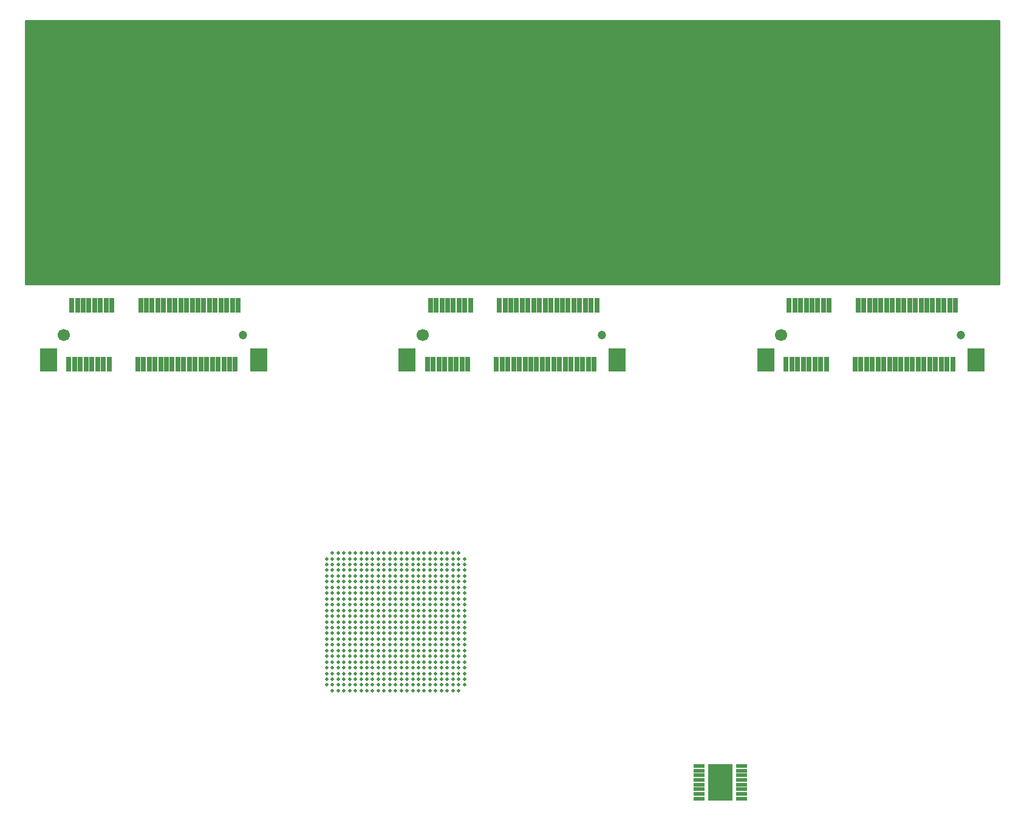
<source format=gbr>
%TF.GenerationSoftware,KiCad,Pcbnew,5.1.6-c6e7f7d~86~ubuntu18.04.1*%
%TF.CreationDate,2020-06-01T18:26:28-05:00*%
%TF.ProjectId,AP2100,41503231-3030-42e6-9b69-6361645f7063,rev?*%
%TF.SameCoordinates,Original*%
%TF.FileFunction,Soldermask,Top*%
%TF.FilePolarity,Negative*%
%FSLAX46Y46*%
G04 Gerber Fmt 4.6, Leading zero omitted, Abs format (unit mm)*
G04 Created by KiCad (PCBNEW 5.1.6-c6e7f7d~86~ubuntu18.04.1) date 2020-06-01 18:26:28*
%MOMM*%
%LPD*%
G01*
G04 APERTURE LIST*
%ADD10C,0.152400*%
%ADD11C,1.200000*%
%ADD12C,1.700000*%
%ADD13R,2.400000X3.300000*%
%ADD14R,0.700000X2.100000*%
%ADD15C,0.510000*%
%ADD16R,1.500000X0.549999*%
%ADD17R,3.500001X5.100000*%
%ADD18C,0.599999*%
%ADD19C,0.254000*%
G04 APERTURE END LIST*
D10*
%TO.C,U1*%
X102770000Y-124125800D02*
X102770000Y-120674200D01*
X102770000Y-120674200D02*
X102770945Y-120664601D01*
X102770945Y-120664601D02*
X102773744Y-120655371D01*
X102773744Y-120655371D02*
X102778290Y-120646867D01*
X102778290Y-120646867D02*
X102784409Y-120639409D01*
X102784409Y-120639409D02*
X102791867Y-120633290D01*
X102791867Y-120633290D02*
X102800371Y-120628744D01*
X102800371Y-120628744D02*
X102809601Y-120625945D01*
X102809601Y-120625945D02*
X102819200Y-120625000D01*
X102819200Y-120625000D02*
X105180800Y-120625000D01*
X105180800Y-120625000D02*
X105190399Y-120625945D01*
X105190399Y-120625945D02*
X105199629Y-120628744D01*
X105199629Y-120628744D02*
X105208133Y-120633290D01*
X105208133Y-120633290D02*
X105215591Y-120639409D01*
X105215591Y-120639409D02*
X105221710Y-120646867D01*
X105221710Y-120646867D02*
X105226256Y-120655371D01*
X105226256Y-120655371D02*
X105229055Y-120664601D01*
X105229055Y-120664601D02*
X105230000Y-120674200D01*
X105230000Y-120674200D02*
X105230000Y-124125800D01*
X105230000Y-124125800D02*
X105229055Y-124135399D01*
X105229055Y-124135399D02*
X105226256Y-124144629D01*
X105226256Y-124144629D02*
X105221710Y-124153133D01*
X105221710Y-124153133D02*
X105215591Y-124160591D01*
X105215591Y-124160591D02*
X105208133Y-124166710D01*
X105208133Y-124166710D02*
X105199629Y-124171256D01*
X105199629Y-124171256D02*
X105190399Y-124174055D01*
X105190399Y-124174055D02*
X105180800Y-124175000D01*
X105180800Y-124175000D02*
X102819200Y-124175000D01*
X102819200Y-124175000D02*
X102809601Y-124174055D01*
X102809601Y-124174055D02*
X102800371Y-124171256D01*
X102800371Y-124171256D02*
X102791867Y-124166710D01*
X102791867Y-124166710D02*
X102784409Y-124160591D01*
X102784409Y-124160591D02*
X102778290Y-124153133D01*
X102778290Y-124153133D02*
X102773744Y-124144629D01*
X102773744Y-124144629D02*
X102770945Y-124135399D01*
X102770945Y-124135399D02*
X102770000Y-124125800D01*
%TD*%
D11*
%TO.C,J3*%
X137500000Y-60000000D03*
D12*
X112500000Y-60000000D03*
D13*
X110350000Y-63500000D03*
X139650000Y-63500000D03*
D14*
X113200000Y-64100000D03*
X113600000Y-55900000D03*
X114000000Y-64100000D03*
X114400000Y-55900000D03*
X114800000Y-64100000D03*
X115200000Y-55900000D03*
X115600000Y-64100000D03*
X116000000Y-55900000D03*
X116400000Y-64100000D03*
X116800000Y-55900000D03*
X117200000Y-64100000D03*
X117600000Y-55900000D03*
X118000000Y-64100000D03*
X118400000Y-55900000D03*
X118800000Y-64100000D03*
X119200000Y-55900000D03*
X122800000Y-64100000D03*
X123200000Y-55900000D03*
X123600000Y-64100000D03*
X124000000Y-55900000D03*
X124400000Y-64100000D03*
X124800000Y-55900000D03*
X125200000Y-64100000D03*
X125600000Y-55900000D03*
X126000000Y-64100000D03*
X126400000Y-55900000D03*
X126800000Y-64100000D03*
X127200000Y-55900000D03*
X127600000Y-64100000D03*
X128000000Y-55900000D03*
X128400000Y-64100000D03*
X128800000Y-55900000D03*
X129200000Y-64100000D03*
X129600000Y-55900000D03*
X130000000Y-64100000D03*
X130400000Y-55900000D03*
X130800000Y-64100000D03*
X131200000Y-55900000D03*
X131600000Y-64100000D03*
X132000000Y-55900000D03*
X132400000Y-64100000D03*
X132800000Y-55900000D03*
X133200000Y-64100000D03*
X133600000Y-55900000D03*
X134000000Y-64100000D03*
X134400000Y-55900000D03*
X134800000Y-64100000D03*
X135200000Y-55900000D03*
X135600000Y-64100000D03*
X136000000Y-55900000D03*
X136400000Y-64100000D03*
X136800000Y-55900000D03*
%TD*%
D11*
%TO.C,J2*%
X87500000Y-60000000D03*
D12*
X62500000Y-60000000D03*
D13*
X60350000Y-63500000D03*
X89650000Y-63500000D03*
D14*
X63200000Y-64100000D03*
X63600000Y-55900000D03*
X64000000Y-64100000D03*
X64400000Y-55900000D03*
X64800000Y-64100000D03*
X65200000Y-55900000D03*
X65600000Y-64100000D03*
X66000000Y-55900000D03*
X66400000Y-64100000D03*
X66800000Y-55900000D03*
X67200000Y-64100000D03*
X67600000Y-55900000D03*
X68000000Y-64100000D03*
X68400000Y-55900000D03*
X68800000Y-64100000D03*
X69200000Y-55900000D03*
X72800000Y-64100000D03*
X73200000Y-55900000D03*
X73600000Y-64100000D03*
X74000000Y-55900000D03*
X74400000Y-64100000D03*
X74800000Y-55900000D03*
X75200000Y-64100000D03*
X75600000Y-55900000D03*
X76000000Y-64100000D03*
X76400000Y-55900000D03*
X76800000Y-64100000D03*
X77200000Y-55900000D03*
X77600000Y-64100000D03*
X78000000Y-55900000D03*
X78400000Y-64100000D03*
X78800000Y-55900000D03*
X79200000Y-64100000D03*
X79600000Y-55900000D03*
X80000000Y-64100000D03*
X80400000Y-55900000D03*
X80800000Y-64100000D03*
X81200000Y-55900000D03*
X81600000Y-64100000D03*
X82000000Y-55900000D03*
X82400000Y-64100000D03*
X82800000Y-55900000D03*
X83200000Y-64100000D03*
X83600000Y-55900000D03*
X84000000Y-64100000D03*
X84400000Y-55900000D03*
X84800000Y-64100000D03*
X85200000Y-55900000D03*
X85600000Y-64100000D03*
X86000000Y-55900000D03*
X86400000Y-64100000D03*
X86800000Y-55900000D03*
%TD*%
D11*
%TO.C,J1*%
X37500000Y-60000000D03*
D12*
X12500000Y-60000000D03*
D13*
X10350000Y-63500000D03*
X39650000Y-63500000D03*
D14*
X13200000Y-64100000D03*
X13600000Y-55900000D03*
X14000000Y-64100000D03*
X14400000Y-55900000D03*
X14800000Y-64100000D03*
X15200000Y-55900000D03*
X15600000Y-64100000D03*
X16000000Y-55900000D03*
X16400000Y-64100000D03*
X16800000Y-55900000D03*
X17200000Y-64100000D03*
X17600000Y-55900000D03*
X18000000Y-64100000D03*
X18400000Y-55900000D03*
X18800000Y-64100000D03*
X19200000Y-55900000D03*
X22800000Y-64100000D03*
X23200000Y-55900000D03*
X23600000Y-64100000D03*
X24000000Y-55900000D03*
X24400000Y-64100000D03*
X24800000Y-55900000D03*
X25200000Y-64100000D03*
X25600000Y-55900000D03*
X26000000Y-64100000D03*
X26400000Y-55900000D03*
X26800000Y-64100000D03*
X27200000Y-55900000D03*
X27600000Y-64100000D03*
X28000000Y-55900000D03*
X28400000Y-64100000D03*
X28800000Y-55900000D03*
X29200000Y-64100000D03*
X29600000Y-55900000D03*
X30000000Y-64100000D03*
X30400000Y-55900000D03*
X30800000Y-64100000D03*
X31200000Y-55900000D03*
X31600000Y-64100000D03*
X32000000Y-55900000D03*
X32400000Y-64100000D03*
X32800000Y-55900000D03*
X33200000Y-64100000D03*
X33600000Y-55900000D03*
X34000000Y-64100000D03*
X34400000Y-55900000D03*
X34800000Y-64100000D03*
X35200000Y-55900000D03*
X35600000Y-64100000D03*
X36000000Y-55900000D03*
X36400000Y-64100000D03*
X36800000Y-55900000D03*
%TD*%
D15*
%TO.C,U2*%
X67537686Y-109633837D03*
X66737686Y-109633837D03*
X65937686Y-109633837D03*
X65137686Y-109633837D03*
X64337686Y-109633837D03*
X63537686Y-109633837D03*
X62737686Y-109633837D03*
X61937686Y-109633837D03*
X61137686Y-109633837D03*
X60337686Y-109633837D03*
X59537686Y-109633837D03*
X58737686Y-109633837D03*
X57937686Y-109633837D03*
X57137686Y-109633837D03*
X56337686Y-109633837D03*
X55537686Y-109633837D03*
X54737686Y-109633837D03*
X53937686Y-109633837D03*
X53137686Y-109633837D03*
X52337686Y-109633837D03*
X51537686Y-109633837D03*
X50737686Y-109633837D03*
X49937686Y-109633837D03*
X68337686Y-108833837D03*
X67537686Y-108833837D03*
X66737686Y-108833837D03*
X65937686Y-108833837D03*
X65137686Y-108833837D03*
X64337686Y-108833837D03*
X63537686Y-108833837D03*
X62737686Y-108833837D03*
X61937686Y-108833837D03*
X61137686Y-108833837D03*
X60337686Y-108833837D03*
X59537686Y-108833837D03*
X58737686Y-108833837D03*
X57937686Y-108833837D03*
X57137686Y-108833837D03*
X56337686Y-108833837D03*
X55537686Y-108833837D03*
X54737686Y-108833837D03*
X53937686Y-108833837D03*
X53137686Y-108833837D03*
X52337686Y-108833837D03*
X51537686Y-108833837D03*
X50737686Y-108833837D03*
X49937686Y-108833837D03*
X49137686Y-108833837D03*
X68337686Y-108033837D03*
X67537686Y-108033837D03*
X66737686Y-108033837D03*
X65937686Y-108033837D03*
X65137686Y-108033837D03*
X64337686Y-108033837D03*
X63537686Y-108033837D03*
X62737686Y-108033837D03*
X61937686Y-108033837D03*
X61137686Y-108033837D03*
X60337686Y-108033837D03*
X59537686Y-108033837D03*
X58737686Y-108033837D03*
X57937686Y-108033837D03*
X57137686Y-108033837D03*
X56337686Y-108033837D03*
X55537686Y-108033837D03*
X54737686Y-108033837D03*
X53937686Y-108033837D03*
X53137686Y-108033837D03*
X52337686Y-108033837D03*
X51537686Y-108033837D03*
X50737686Y-108033837D03*
X49937686Y-108033837D03*
X49137686Y-108033837D03*
X68337686Y-107233837D03*
X67537686Y-107233837D03*
X66737686Y-107233837D03*
X65937686Y-107233837D03*
X65137686Y-107233837D03*
X64337686Y-107233837D03*
X63537686Y-107233837D03*
X62737686Y-107233837D03*
X61937686Y-107233837D03*
X61137686Y-107233837D03*
X60337686Y-107233837D03*
X59537686Y-107233837D03*
X58737686Y-107233837D03*
X57937686Y-107233837D03*
X57137686Y-107233837D03*
X56337686Y-107233837D03*
X55537686Y-107233837D03*
X54737686Y-107233837D03*
X53937686Y-107233837D03*
X53137686Y-107233837D03*
X52337686Y-107233837D03*
X51537686Y-107233837D03*
X50737686Y-107233837D03*
X49937686Y-107233837D03*
X49137686Y-107233837D03*
X68337686Y-106433837D03*
X67537686Y-106433837D03*
X66737686Y-106433837D03*
X65937686Y-106433837D03*
X65137686Y-106433837D03*
X64337686Y-106433837D03*
X63537686Y-106433837D03*
X62737686Y-106433837D03*
X61937686Y-106433837D03*
X61137686Y-106433837D03*
X60337686Y-106433837D03*
X59537686Y-106433837D03*
X58737686Y-106433837D03*
X57937686Y-106433837D03*
X57137686Y-106433837D03*
X56337686Y-106433837D03*
X55537686Y-106433837D03*
X54737686Y-106433837D03*
X53937686Y-106433837D03*
X53137686Y-106433837D03*
X52337686Y-106433837D03*
X51537686Y-106433837D03*
X50737686Y-106433837D03*
X49937686Y-106433837D03*
X49137686Y-106433837D03*
X68337686Y-105633837D03*
X67537686Y-105633837D03*
X66737686Y-105633837D03*
X65937686Y-105633837D03*
X65137686Y-105633837D03*
X64337686Y-105633837D03*
X63537686Y-105633837D03*
X62737686Y-105633837D03*
X61937686Y-105633837D03*
X61137686Y-105633837D03*
X60337686Y-105633837D03*
X59537686Y-105633837D03*
X58737686Y-105633837D03*
X57937686Y-105633837D03*
X57137686Y-105633837D03*
X56337686Y-105633837D03*
X55537686Y-105633837D03*
X54737686Y-105633837D03*
X53937686Y-105633837D03*
X53137686Y-105633837D03*
X52337686Y-105633837D03*
X51537686Y-105633837D03*
X50737686Y-105633837D03*
X49937686Y-105633837D03*
X49137686Y-105633837D03*
X68337686Y-104833837D03*
X67537686Y-104833837D03*
X66737686Y-104833837D03*
X65937686Y-104833837D03*
X65137686Y-104833837D03*
X64337686Y-104833837D03*
X63537686Y-104833837D03*
X62737686Y-104833837D03*
X61937686Y-104833837D03*
X61137686Y-104833837D03*
X60337686Y-104833837D03*
X59537686Y-104833837D03*
X58737686Y-104833837D03*
X57937686Y-104833837D03*
X57137686Y-104833837D03*
X56337686Y-104833837D03*
X55537686Y-104833837D03*
X54737686Y-104833837D03*
X53937686Y-104833837D03*
X53137686Y-104833837D03*
X52337686Y-104833837D03*
X51537686Y-104833837D03*
X50737686Y-104833837D03*
X49937686Y-104833837D03*
X49137686Y-104833837D03*
X68337686Y-104033837D03*
X67537686Y-104033837D03*
X66737686Y-104033837D03*
X65937686Y-104033837D03*
X65137686Y-104033837D03*
X64337686Y-104033837D03*
X63537686Y-104033837D03*
X62737686Y-104033837D03*
X61937686Y-104033837D03*
X61137686Y-104033837D03*
X60337686Y-104033837D03*
X59537686Y-104033837D03*
X58737686Y-104033837D03*
X57937686Y-104033837D03*
X57137686Y-104033837D03*
X56337686Y-104033837D03*
X55537686Y-104033837D03*
X54737686Y-104033837D03*
X53937686Y-104033837D03*
X53137686Y-104033837D03*
X52337686Y-104033837D03*
X51537686Y-104033837D03*
X50737686Y-104033837D03*
X49937686Y-104033837D03*
X49137686Y-104033837D03*
X68337686Y-103233837D03*
X67537686Y-103233837D03*
X66737686Y-103233837D03*
X65937686Y-103233837D03*
X65137686Y-103233837D03*
X64337686Y-103233837D03*
X63537686Y-103233837D03*
X62737686Y-103233837D03*
X61937686Y-103233837D03*
X61137686Y-103233837D03*
X60337686Y-103233837D03*
X59537686Y-103233837D03*
X58737686Y-103233837D03*
X57937686Y-103233837D03*
X57137686Y-103233837D03*
X56337686Y-103233837D03*
X55537686Y-103233837D03*
X54737686Y-103233837D03*
X53937686Y-103233837D03*
X53137686Y-103233837D03*
X52337686Y-103233837D03*
X51537686Y-103233837D03*
X50737686Y-103233837D03*
X49937686Y-103233837D03*
X49137686Y-103233837D03*
X68337686Y-102433837D03*
X67537686Y-102433837D03*
X66737686Y-102433837D03*
X65937686Y-102433837D03*
X65137686Y-102433837D03*
X64337686Y-102433837D03*
X63537686Y-102433837D03*
X62737686Y-102433837D03*
X61937686Y-102433837D03*
X61137686Y-102433837D03*
X60337686Y-102433837D03*
X59537686Y-102433837D03*
X58737686Y-102433837D03*
X57937686Y-102433837D03*
X57137686Y-102433837D03*
X56337686Y-102433837D03*
X55537686Y-102433837D03*
X54737686Y-102433837D03*
X53937686Y-102433837D03*
X53137686Y-102433837D03*
X52337686Y-102433837D03*
X51537686Y-102433837D03*
X50737686Y-102433837D03*
X49937686Y-102433837D03*
X49137686Y-102433837D03*
X68337686Y-101633837D03*
X67537686Y-101633837D03*
X66737686Y-101633837D03*
X65937686Y-101633837D03*
X65137686Y-101633837D03*
X64337686Y-101633837D03*
X63537686Y-101633837D03*
X62737686Y-101633837D03*
X61937686Y-101633837D03*
X61137686Y-101633837D03*
X60337686Y-101633837D03*
X59537686Y-101633837D03*
X58737686Y-101633837D03*
X57937686Y-101633837D03*
X57137686Y-101633837D03*
X56337686Y-101633837D03*
X55537686Y-101633837D03*
X54737686Y-101633837D03*
X53937686Y-101633837D03*
X53137686Y-101633837D03*
X52337686Y-101633837D03*
X51537686Y-101633837D03*
X50737686Y-101633837D03*
X49937686Y-101633837D03*
X49137686Y-101633837D03*
X68337686Y-100833837D03*
X67537686Y-100833837D03*
X66737686Y-100833837D03*
X65937686Y-100833837D03*
X65137686Y-100833837D03*
X64337686Y-100833837D03*
X63537686Y-100833837D03*
X62737686Y-100833837D03*
X61937686Y-100833837D03*
X61137686Y-100833837D03*
X60337686Y-100833837D03*
X59537686Y-100833837D03*
X58737686Y-100833837D03*
X57937686Y-100833837D03*
X57137686Y-100833837D03*
X56337686Y-100833837D03*
X55537686Y-100833837D03*
X54737686Y-100833837D03*
X53937686Y-100833837D03*
X53137686Y-100833837D03*
X52337686Y-100833837D03*
X51537686Y-100833837D03*
X50737686Y-100833837D03*
X49937686Y-100833837D03*
X49137686Y-100833837D03*
X68337686Y-100033837D03*
X67537686Y-100033837D03*
X66737686Y-100033837D03*
X65937686Y-100033837D03*
X65137686Y-100033837D03*
X64337686Y-100033837D03*
X63537686Y-100033837D03*
X62737686Y-100033837D03*
X61937686Y-100033837D03*
X61137686Y-100033837D03*
X60337686Y-100033837D03*
X59537686Y-100033837D03*
X58737686Y-100033837D03*
X57937686Y-100033837D03*
X57137686Y-100033837D03*
X56337686Y-100033837D03*
X55537686Y-100033837D03*
X54737686Y-100033837D03*
X53937686Y-100033837D03*
X53137686Y-100033837D03*
X52337686Y-100033837D03*
X51537686Y-100033837D03*
X50737686Y-100033837D03*
X49937686Y-100033837D03*
X49137686Y-100033837D03*
X68337686Y-99233837D03*
X67537686Y-99233837D03*
X66737686Y-99233837D03*
X65937686Y-99233837D03*
X65137686Y-99233837D03*
X64337686Y-99233837D03*
X63537686Y-99233837D03*
X62737686Y-99233837D03*
X61937686Y-99233837D03*
X61137686Y-99233837D03*
X60337686Y-99233837D03*
X59537686Y-99233837D03*
X58737686Y-99233837D03*
X57937686Y-99233837D03*
X57137686Y-99233837D03*
X56337686Y-99233837D03*
X55537686Y-99233837D03*
X54737686Y-99233837D03*
X53937686Y-99233837D03*
X53137686Y-99233837D03*
X52337686Y-99233837D03*
X51537686Y-99233837D03*
X50737686Y-99233837D03*
X49937686Y-99233837D03*
X49137686Y-99233837D03*
X68337686Y-98433837D03*
X67537686Y-98433837D03*
X66737686Y-98433837D03*
X65937686Y-98433837D03*
X65137686Y-98433837D03*
X64337686Y-98433837D03*
X63537686Y-98433837D03*
X62737686Y-98433837D03*
X61937686Y-98433837D03*
X61137686Y-98433837D03*
X60337686Y-98433837D03*
X59537686Y-98433837D03*
X58737686Y-98433837D03*
X57937686Y-98433837D03*
X57137686Y-98433837D03*
X56337686Y-98433837D03*
X55537686Y-98433837D03*
X54737686Y-98433837D03*
X53937686Y-98433837D03*
X53137686Y-98433837D03*
X52337686Y-98433837D03*
X51537686Y-98433837D03*
X50737686Y-98433837D03*
X49937686Y-98433837D03*
X49137686Y-98433837D03*
X68337686Y-97633837D03*
X67537686Y-97633837D03*
X66737686Y-97633837D03*
X65937686Y-97633837D03*
X65137686Y-97633837D03*
X64337686Y-97633837D03*
X63537686Y-97633837D03*
X62737686Y-97633837D03*
X61937686Y-97633837D03*
X61137686Y-97633837D03*
X60337686Y-97633837D03*
X59537686Y-97633837D03*
X58737686Y-97633837D03*
X57937686Y-97633837D03*
X57137686Y-97633837D03*
X56337686Y-97633837D03*
X55537686Y-97633837D03*
X54737686Y-97633837D03*
X53937686Y-97633837D03*
X53137686Y-97633837D03*
X52337686Y-97633837D03*
X51537686Y-97633837D03*
X50737686Y-97633837D03*
X49937686Y-97633837D03*
X49137686Y-97633837D03*
X68337686Y-96833837D03*
X67537686Y-96833837D03*
X66737686Y-96833837D03*
X65937686Y-96833837D03*
X65137686Y-96833837D03*
X64337686Y-96833837D03*
X63537686Y-96833837D03*
X62737686Y-96833837D03*
X61937686Y-96833837D03*
X61137686Y-96833837D03*
X60337686Y-96833837D03*
X59537686Y-96833837D03*
X58737686Y-96833837D03*
X57937686Y-96833837D03*
X57137686Y-96833837D03*
X56337686Y-96833837D03*
X55537686Y-96833837D03*
X54737686Y-96833837D03*
X53937686Y-96833837D03*
X53137686Y-96833837D03*
X52337686Y-96833837D03*
X51537686Y-96833837D03*
X50737686Y-96833837D03*
X49937686Y-96833837D03*
X49137686Y-96833837D03*
X68337686Y-96033837D03*
X67537686Y-96033837D03*
X66737686Y-96033837D03*
X65937686Y-96033837D03*
X65137686Y-96033837D03*
X64337686Y-96033837D03*
X63537686Y-96033837D03*
X62737686Y-96033837D03*
X61937686Y-96033837D03*
X61137686Y-96033837D03*
X60337686Y-96033837D03*
X59537686Y-96033837D03*
X58737686Y-96033837D03*
X57937686Y-96033837D03*
X57137686Y-96033837D03*
X56337686Y-96033837D03*
X55537686Y-96033837D03*
X54737686Y-96033837D03*
X53937686Y-96033837D03*
X53137686Y-96033837D03*
X52337686Y-96033837D03*
X51537686Y-96033837D03*
X50737686Y-96033837D03*
X49937686Y-96033837D03*
X49137686Y-96033837D03*
X68337686Y-95233837D03*
X67537686Y-95233837D03*
X66737686Y-95233837D03*
X65937686Y-95233837D03*
X65137686Y-95233837D03*
X64337686Y-95233837D03*
X63537686Y-95233837D03*
X62737686Y-95233837D03*
X61937686Y-95233837D03*
X61137686Y-95233837D03*
X60337686Y-95233837D03*
X59537686Y-95233837D03*
X58737686Y-95233837D03*
X57937686Y-95233837D03*
X57137686Y-95233837D03*
X56337686Y-95233837D03*
X55537686Y-95233837D03*
X54737686Y-95233837D03*
X53937686Y-95233837D03*
X53137686Y-95233837D03*
X52337686Y-95233837D03*
X51537686Y-95233837D03*
X50737686Y-95233837D03*
X49937686Y-95233837D03*
X49137686Y-95233837D03*
X68337686Y-94433837D03*
X67537686Y-94433837D03*
X66737686Y-94433837D03*
X65937686Y-94433837D03*
X65137686Y-94433837D03*
X64337686Y-94433837D03*
X63537686Y-94433837D03*
X62737686Y-94433837D03*
X61937686Y-94433837D03*
X61137686Y-94433837D03*
X60337686Y-94433837D03*
X59537686Y-94433837D03*
X58737686Y-94433837D03*
X57937686Y-94433837D03*
X57137686Y-94433837D03*
X56337686Y-94433837D03*
X55537686Y-94433837D03*
X54737686Y-94433837D03*
X53937686Y-94433837D03*
X53137686Y-94433837D03*
X52337686Y-94433837D03*
X51537686Y-94433837D03*
X50737686Y-94433837D03*
X49937686Y-94433837D03*
X49137686Y-94433837D03*
X68337686Y-93633837D03*
X67537686Y-93633837D03*
X66737686Y-93633837D03*
X65937686Y-93633837D03*
X65137686Y-93633837D03*
X64337686Y-93633837D03*
X63537686Y-93633837D03*
X62737686Y-93633837D03*
X61937686Y-93633837D03*
X61137686Y-93633837D03*
X60337686Y-93633837D03*
X59537686Y-93633837D03*
X58737686Y-93633837D03*
X57937686Y-93633837D03*
X57137686Y-93633837D03*
X56337686Y-93633837D03*
X55537686Y-93633837D03*
X54737686Y-93633837D03*
X53937686Y-93633837D03*
X53137686Y-93633837D03*
X52337686Y-93633837D03*
X51537686Y-93633837D03*
X50737686Y-93633837D03*
X49937686Y-93633837D03*
X49137686Y-93633837D03*
X68337686Y-92833837D03*
X67537686Y-92833837D03*
X66737686Y-92833837D03*
X65937686Y-92833837D03*
X65137686Y-92833837D03*
X64337686Y-92833837D03*
X63537686Y-92833837D03*
X62737686Y-92833837D03*
X61937686Y-92833837D03*
X61137686Y-92833837D03*
X60337686Y-92833837D03*
X59537686Y-92833837D03*
X58737686Y-92833837D03*
X57937686Y-92833837D03*
X57137686Y-92833837D03*
X56337686Y-92833837D03*
X55537686Y-92833837D03*
X54737686Y-92833837D03*
X53937686Y-92833837D03*
X53137686Y-92833837D03*
X52337686Y-92833837D03*
X51537686Y-92833837D03*
X50737686Y-92833837D03*
X49937686Y-92833837D03*
X49137686Y-92833837D03*
X68337686Y-92033837D03*
X67537686Y-92033837D03*
X66737686Y-92033837D03*
X65937686Y-92033837D03*
X65137686Y-92033837D03*
X64337686Y-92033837D03*
X63537686Y-92033837D03*
X62737686Y-92033837D03*
X61937686Y-92033837D03*
X61137686Y-92033837D03*
X60337686Y-92033837D03*
X59537686Y-92033837D03*
X58737686Y-92033837D03*
X57937686Y-92033837D03*
X57137686Y-92033837D03*
X56337686Y-92033837D03*
X55537686Y-92033837D03*
X54737686Y-92033837D03*
X53937686Y-92033837D03*
X53137686Y-92033837D03*
X52337686Y-92033837D03*
X51537686Y-92033837D03*
X50737686Y-92033837D03*
X49937686Y-92033837D03*
X49137686Y-92033837D03*
X68337686Y-91233837D03*
X67537686Y-91233837D03*
X66737686Y-91233837D03*
X65937686Y-91233837D03*
X65137686Y-91233837D03*
X64337686Y-91233837D03*
X63537686Y-91233837D03*
X62737686Y-91233837D03*
X61937686Y-91233837D03*
X61137686Y-91233837D03*
X60337686Y-91233837D03*
X59537686Y-91233837D03*
X58737686Y-91233837D03*
X57937686Y-91233837D03*
X57137686Y-91233837D03*
X56337686Y-91233837D03*
X55537686Y-91233837D03*
X54737686Y-91233837D03*
X53937686Y-91233837D03*
X53137686Y-91233837D03*
X52337686Y-91233837D03*
X51537686Y-91233837D03*
X50737686Y-91233837D03*
X49937686Y-91233837D03*
X49137686Y-91233837D03*
X67537686Y-90433837D03*
X66737686Y-90433837D03*
X65937686Y-90433837D03*
X65137686Y-90433837D03*
X64337686Y-90433837D03*
X63537686Y-90433837D03*
X62737686Y-90433837D03*
X61937686Y-90433837D03*
X61137686Y-90433837D03*
X60337686Y-90433837D03*
X59537686Y-90433837D03*
X58737686Y-90433837D03*
X57937686Y-90433837D03*
X57137686Y-90433837D03*
X56337686Y-90433837D03*
X55537686Y-90433837D03*
X54737686Y-90433837D03*
X53937686Y-90433837D03*
X53137686Y-90433837D03*
X52337686Y-90433837D03*
X51537686Y-90433837D03*
X50737686Y-90433837D03*
X49937686Y-90433837D03*
%TD*%
D16*
%TO.C,U1*%
X101050001Y-120125001D03*
X101050001Y-120775002D03*
X101050001Y-121425001D03*
X101050001Y-122075002D03*
X101050001Y-122725001D03*
X101050001Y-123375002D03*
X101050001Y-124025001D03*
X101050001Y-124675002D03*
X106950002Y-124675002D03*
X106950002Y-124025001D03*
X106950002Y-123375002D03*
X106950002Y-122725001D03*
X106950002Y-122075002D03*
X106950002Y-121425001D03*
X106950002Y-120775002D03*
X106950002Y-120125001D03*
D17*
X104000000Y-122400000D03*
D18*
X103525000Y-121449999D03*
X103525000Y-123350001D03*
X103525000Y-122400000D03*
X104475000Y-122400000D03*
X104475000Y-123350001D03*
X104475000Y-121449999D03*
X104475000Y-120499999D03*
X103525000Y-120499999D03*
X103525000Y-124300001D03*
X104475000Y-124300001D03*
X105425001Y-124300001D03*
X105425001Y-120499999D03*
X105425001Y-121449999D03*
X105425001Y-123350001D03*
X105425001Y-122400000D03*
X102574999Y-122400000D03*
X102574999Y-123350001D03*
X102574999Y-121449999D03*
X102574999Y-120499999D03*
X102574999Y-124300001D03*
%TD*%
D19*
G36*
X142873000Y-52873000D02*
G01*
X7127000Y-52873000D01*
X7127000Y-16127000D01*
X142873000Y-16127000D01*
X142873000Y-52873000D01*
G37*
X142873000Y-52873000D02*
X7127000Y-52873000D01*
X7127000Y-16127000D01*
X142873000Y-16127000D01*
X142873000Y-52873000D01*
M02*

</source>
